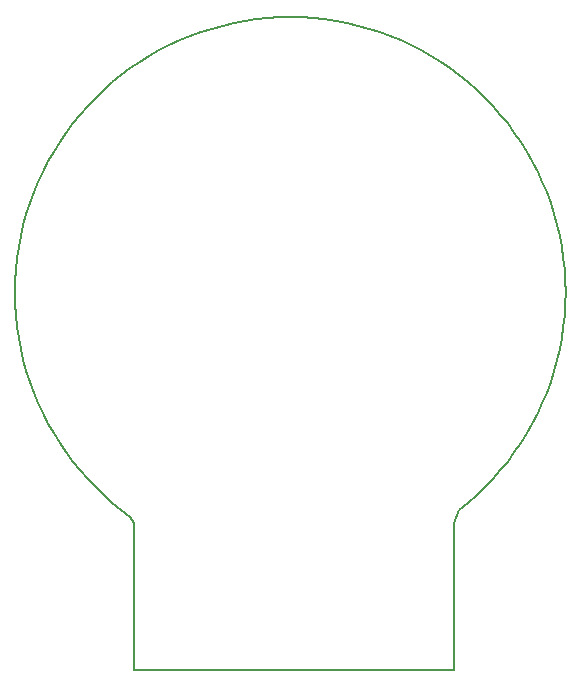
<source format=gbr>
G04 #@! TF.GenerationSoftware,KiCad,Pcbnew,(6.99.0-2452-gdb4f2d9dd8)*
G04 #@! TF.CreationDate,2022-08-02T13:39:31-05:00*
G04 #@! TF.ProjectId,RB,52422e6b-6963-4616-945f-706362585858,rev?*
G04 #@! TF.SameCoordinates,Original*
G04 #@! TF.FileFunction,Profile,NP*
%FSLAX46Y46*%
G04 Gerber Fmt 4.6, Leading zero omitted, Abs format (unit mm)*
G04 Created by KiCad (PCBNEW (6.99.0-2452-gdb4f2d9dd8)) date 2022-08-02 13:39:31*
%MOMM*%
%LPD*%
G01*
G04 APERTURE LIST*
G04 #@! TA.AperFunction,Profile*
%ADD10C,0.200000*%
G04 #@! TD*
G04 APERTURE END LIST*
D10*
X207963149Y-56414932D02*
X208924652Y-56474626D01*
X209882867Y-56574004D01*
X210836156Y-56712895D01*
X211782892Y-56891062D01*
X212721456Y-57108201D01*
X213650245Y-57363940D01*
X214567672Y-57657843D01*
X215472170Y-57989408D01*
X216362194Y-58358068D01*
X217236222Y-58763193D01*
X218092762Y-59204091D01*
X218930350Y-59680009D01*
X219747556Y-60190134D01*
X220542982Y-60733594D01*
X221315270Y-61309460D01*
X222063101Y-61916750D01*
X222785197Y-62554425D01*
X223480324Y-63221396D01*
X224147295Y-63916523D01*
X224784970Y-64638619D01*
X225392260Y-65386450D01*
X225968126Y-66158738D01*
X226511586Y-66954164D01*
X227021711Y-67771370D01*
X227497629Y-68608958D01*
X227938527Y-69465498D01*
X228343652Y-70339526D01*
X228712312Y-71229550D01*
X229043877Y-72134048D01*
X229337780Y-73051475D01*
X229593519Y-73980264D01*
X229810658Y-74918828D01*
X229988825Y-75865564D01*
X230127716Y-76818853D01*
X230227094Y-77777068D01*
X230286788Y-78738571D01*
X230306698Y-79701720D01*
X230286788Y-80664869D01*
X230227094Y-81626372D01*
X230127716Y-82584587D01*
X229988825Y-83537876D01*
X229810658Y-84484612D01*
X229593519Y-85423176D01*
X229337780Y-86351965D01*
X229043877Y-87269392D01*
X228712312Y-88173890D01*
X228343652Y-89063914D01*
X227938527Y-89937942D01*
X227497629Y-90794482D01*
X227021711Y-91632070D01*
X226511586Y-92449276D01*
X225968126Y-93244702D01*
X225392260Y-94016990D01*
X224784970Y-94764821D01*
X224147295Y-95486917D01*
X223480324Y-96182044D01*
X222785197Y-96849015D01*
X222063101Y-97486690D01*
X221315270Y-98093980D01*
X220900000Y-99200000D01*
X220900000Y-111700000D01*
X193800000Y-111700000D01*
X193800000Y-99200000D01*
X193457018Y-98669846D01*
X192684730Y-98093980D01*
X191936899Y-97486690D01*
X191214803Y-96849015D01*
X190519676Y-96182044D01*
X189852705Y-95486917D01*
X189215030Y-94764821D01*
X188607740Y-94016990D01*
X188031874Y-93244702D01*
X187488414Y-92449276D01*
X186978289Y-91632070D01*
X186502371Y-90794482D01*
X186061473Y-89937942D01*
X185656348Y-89063914D01*
X185287688Y-88173890D01*
X184956123Y-87269392D01*
X184662220Y-86351965D01*
X184406481Y-85423176D01*
X184189342Y-84484612D01*
X184011175Y-83537876D01*
X183872284Y-82584587D01*
X183772906Y-81626372D01*
X183713212Y-80664869D01*
X183693302Y-79701720D01*
X183713212Y-78738571D01*
X183772906Y-77777068D01*
X183872284Y-76818853D01*
X184011175Y-75865564D01*
X184189342Y-74918828D01*
X184406481Y-73980264D01*
X184662220Y-73051475D01*
X184956123Y-72134048D01*
X185287688Y-71229550D01*
X185656348Y-70339526D01*
X186061473Y-69465498D01*
X186502371Y-68608958D01*
X186978289Y-67771370D01*
X187488414Y-66954164D01*
X188031874Y-66158738D01*
X188607740Y-65386450D01*
X189215030Y-64638619D01*
X189852705Y-63916523D01*
X190519676Y-63221396D01*
X191214803Y-62554425D01*
X191936899Y-61916750D01*
X192684730Y-61309460D01*
X193457018Y-60733594D01*
X194252444Y-60190134D01*
X195069650Y-59680009D01*
X195907238Y-59204091D01*
X196763778Y-58763193D01*
X197637806Y-58358068D01*
X198527830Y-57989408D01*
X199432328Y-57657843D01*
X200349755Y-57363940D01*
X201278544Y-57108201D01*
X202217108Y-56891062D01*
X203163844Y-56712895D01*
X204117133Y-56574004D01*
X205075348Y-56474626D01*
X206036851Y-56414932D01*
X207000000Y-56395022D01*
X207963149Y-56414932D01*
M02*

</source>
